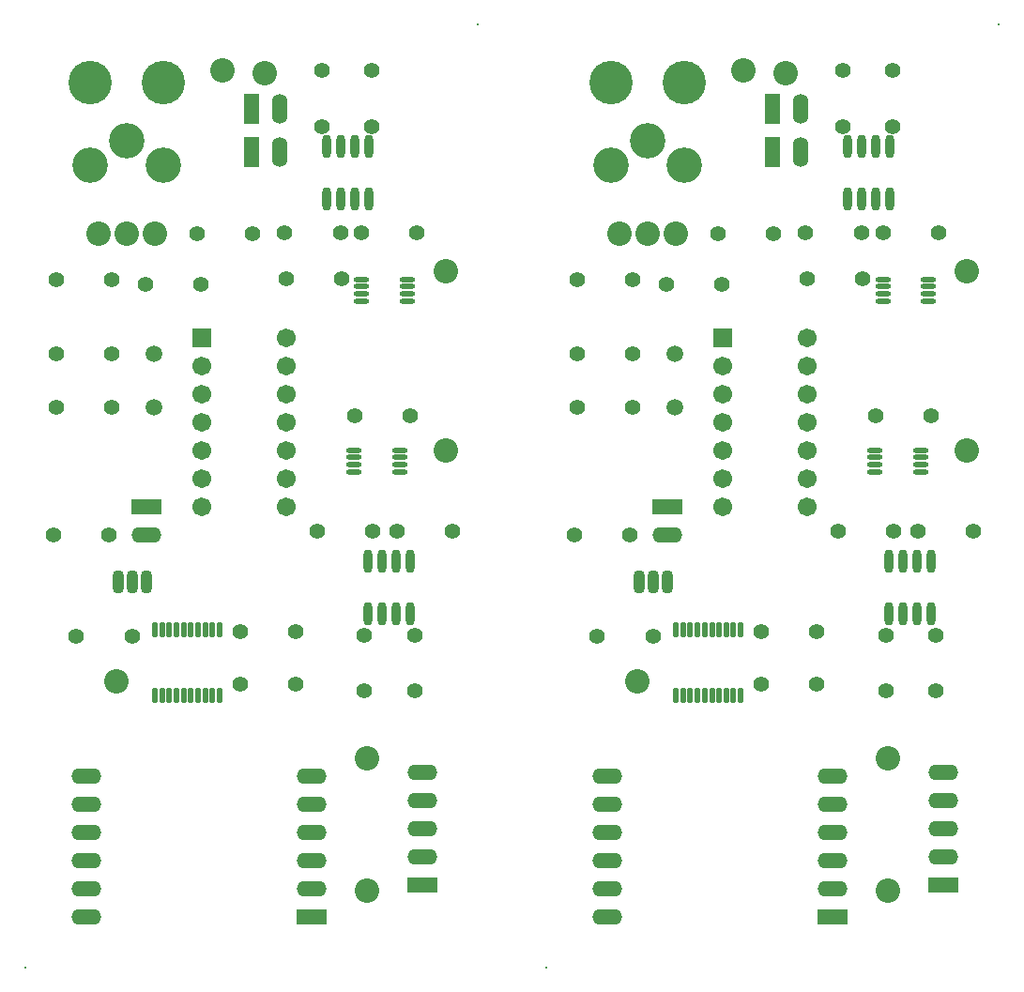
<source format=gts>
%FSLAX23Y23*%
%MOIN*%
G70*
G01*
G75*
G04 Layer_Color=8388736*
%ADD10O,0.024X0.075*%
%ADD11O,0.055X0.018*%
%ADD12O,0.018X0.055*%
%ADD13C,0.018*%
%ADD14C,0.047*%
%ADD15C,0.039*%
%ADD16C,0.024*%
%ADD17C,0.079*%
%ADD18R,0.098X0.047*%
%ADD19O,0.098X0.047*%
%ADD20C,0.047*%
%ADD21C,0.079*%
%ADD22C,0.118*%
%ADD23C,0.146*%
%ADD24C,0.051*%
%ADD25C,0.059*%
%ADD26R,0.059X0.059*%
%ADD27O,0.039X0.079*%
%ADD28O,0.039X0.079*%
%ADD29R,0.047X0.098*%
%ADD30O,0.047X0.098*%
%ADD31C,0.024*%
%ADD32C,0.008*%
%ADD33C,0.016*%
%ADD34C,0.010*%
%ADD35C,0.010*%
%ADD36O,0.031X0.083*%
%ADD37O,0.019X0.057*%
%ADD38C,0.008*%
%ADD39R,0.106X0.055*%
%ADD40O,0.106X0.055*%
%ADD41C,0.055*%
%ADD42C,0.087*%
%ADD43C,0.126*%
%ADD44C,0.154*%
%ADD45C,0.067*%
%ADD46R,0.067X0.067*%
%ADD47O,0.043X0.083*%
%ADD48O,0.043X0.083*%
%ADD49R,0.055X0.106*%
%ADD50O,0.055X0.106*%
D11*
X1281Y2530D02*
D03*
Y2505D02*
D03*
Y2479D02*
D03*
Y2453D02*
D03*
X1443Y2530D02*
D03*
Y2505D02*
D03*
Y2479D02*
D03*
Y2453D02*
D03*
X1254Y1924D02*
D03*
Y1898D02*
D03*
Y1873D02*
D03*
Y1847D02*
D03*
X1415Y1924D02*
D03*
Y1898D02*
D03*
Y1873D02*
D03*
Y1847D02*
D03*
X3132Y2530D02*
D03*
Y2505D02*
D03*
Y2479D02*
D03*
Y2453D02*
D03*
X3293Y2530D02*
D03*
Y2505D02*
D03*
Y2479D02*
D03*
Y2453D02*
D03*
X3104Y1924D02*
D03*
Y1898D02*
D03*
Y1873D02*
D03*
Y1847D02*
D03*
X3266Y1924D02*
D03*
Y1898D02*
D03*
Y1873D02*
D03*
Y1847D02*
D03*
D25*
X543Y2267D02*
D03*
Y2075D02*
D03*
X2394Y2267D02*
D03*
Y2075D02*
D03*
D36*
X1453Y1529D02*
D03*
X1403D02*
D03*
X1353D02*
D03*
X1303D02*
D03*
X1453Y1344D02*
D03*
X1403D02*
D03*
X1353D02*
D03*
X1303D02*
D03*
X1157Y2817D02*
D03*
X1207D02*
D03*
X1257D02*
D03*
X1307D02*
D03*
X1157Y3002D02*
D03*
X1207D02*
D03*
X1257D02*
D03*
X1307D02*
D03*
X3303Y1529D02*
D03*
X3253D02*
D03*
X3203D02*
D03*
X3153D02*
D03*
X3303Y1344D02*
D03*
X3253D02*
D03*
X3203D02*
D03*
X3153D02*
D03*
X3008Y2817D02*
D03*
X3058D02*
D03*
X3108D02*
D03*
X3158D02*
D03*
X3008Y3002D02*
D03*
X3058D02*
D03*
X3108D02*
D03*
X3158D02*
D03*
D37*
X546Y1053D02*
D03*
X572D02*
D03*
X597D02*
D03*
X623D02*
D03*
X649D02*
D03*
X674D02*
D03*
X700D02*
D03*
X725D02*
D03*
X751D02*
D03*
X777D02*
D03*
X546Y1285D02*
D03*
X572D02*
D03*
X597D02*
D03*
X623D02*
D03*
X649D02*
D03*
X674D02*
D03*
X700D02*
D03*
X725D02*
D03*
X751D02*
D03*
X777D02*
D03*
X2397Y1053D02*
D03*
X2422D02*
D03*
X2448D02*
D03*
X2473D02*
D03*
X2499D02*
D03*
X2525D02*
D03*
X2550D02*
D03*
X2576D02*
D03*
X2601D02*
D03*
X2627D02*
D03*
X2397Y1285D02*
D03*
X2422D02*
D03*
X2448D02*
D03*
X2473D02*
D03*
X2499D02*
D03*
X2525D02*
D03*
X2550D02*
D03*
X2576D02*
D03*
X2601D02*
D03*
X2627D02*
D03*
D38*
X1693Y3435D02*
D03*
X87Y87D02*
D03*
X3543Y3435D02*
D03*
X1937Y87D02*
D03*
D39*
X1102Y267D02*
D03*
X516Y1724D02*
D03*
X1496Y378D02*
D03*
X2953Y267D02*
D03*
X2366Y1724D02*
D03*
X3347Y378D02*
D03*
D40*
X1102Y367D02*
D03*
Y467D02*
D03*
Y567D02*
D03*
Y667D02*
D03*
Y767D02*
D03*
X302Y267D02*
D03*
Y367D02*
D03*
Y467D02*
D03*
Y567D02*
D03*
Y667D02*
D03*
Y767D02*
D03*
X516Y1624D02*
D03*
X1496Y778D02*
D03*
Y678D02*
D03*
Y578D02*
D03*
Y478D02*
D03*
X2953Y367D02*
D03*
Y467D02*
D03*
Y567D02*
D03*
Y667D02*
D03*
Y767D02*
D03*
X2153Y267D02*
D03*
Y367D02*
D03*
Y467D02*
D03*
Y567D02*
D03*
Y667D02*
D03*
Y767D02*
D03*
X2366Y1624D02*
D03*
X3347Y778D02*
D03*
Y678D02*
D03*
Y578D02*
D03*
Y478D02*
D03*
D41*
X1291Y1070D02*
D03*
Y1267D02*
D03*
X1469Y1070D02*
D03*
Y1267D02*
D03*
X197Y2267D02*
D03*
X394D02*
D03*
X195Y2075D02*
D03*
X392D02*
D03*
X1122Y1637D02*
D03*
X1319D02*
D03*
X1602D02*
D03*
X1406D02*
D03*
X1453Y2047D02*
D03*
X1256D02*
D03*
X1008Y2696D02*
D03*
X1205D02*
D03*
X1139Y3271D02*
D03*
Y3074D02*
D03*
X1316Y3271D02*
D03*
Y3074D02*
D03*
X197Y2530D02*
D03*
X394D02*
D03*
X894Y2693D02*
D03*
X697D02*
D03*
X185Y1622D02*
D03*
X382D02*
D03*
X268Y1263D02*
D03*
X465D02*
D03*
X1047Y1094D02*
D03*
X850D02*
D03*
Y1279D02*
D03*
X1047D02*
D03*
X1012Y2531D02*
D03*
X1209D02*
D03*
X1478Y2696D02*
D03*
X1281D02*
D03*
X512Y2511D02*
D03*
X709D02*
D03*
X3142Y1070D02*
D03*
Y1267D02*
D03*
X3319Y1070D02*
D03*
Y1267D02*
D03*
X2047Y2267D02*
D03*
X2244D02*
D03*
X2045Y2075D02*
D03*
X2242D02*
D03*
X2972Y1637D02*
D03*
X3169D02*
D03*
X3453D02*
D03*
X3256D02*
D03*
X3303Y2047D02*
D03*
X3106D02*
D03*
X2858Y2696D02*
D03*
X3055D02*
D03*
X2989Y3271D02*
D03*
Y3074D02*
D03*
X3167Y3271D02*
D03*
Y3074D02*
D03*
X2047Y2530D02*
D03*
X2244D02*
D03*
X2744Y2693D02*
D03*
X2547D02*
D03*
X2035Y1622D02*
D03*
X2232D02*
D03*
X2118Y1263D02*
D03*
X2315D02*
D03*
X2898Y1094D02*
D03*
X2701D02*
D03*
Y1279D02*
D03*
X2898D02*
D03*
X2862Y2531D02*
D03*
X3059D02*
D03*
X3329Y2696D02*
D03*
X3132D02*
D03*
X2362Y2511D02*
D03*
X2559D02*
D03*
D42*
X937Y3263D02*
D03*
X787Y3271D02*
D03*
X1299Y830D02*
D03*
Y358D02*
D03*
X346Y2693D02*
D03*
X446D02*
D03*
X546D02*
D03*
X409Y1102D02*
D03*
X1579Y2560D02*
D03*
Y1924D02*
D03*
X2787Y3263D02*
D03*
X2638Y3271D02*
D03*
X3150Y830D02*
D03*
Y358D02*
D03*
X2197Y2693D02*
D03*
X2297D02*
D03*
X2397D02*
D03*
X2260Y1102D02*
D03*
X3429Y2560D02*
D03*
Y1924D02*
D03*
D43*
X575Y2937D02*
D03*
X445Y3023D02*
D03*
X315Y2937D02*
D03*
X2425D02*
D03*
X2295Y3023D02*
D03*
X2165Y2937D02*
D03*
D44*
X575Y3228D02*
D03*
X315D02*
D03*
X2425D02*
D03*
X2165D02*
D03*
D45*
X1012Y1723D02*
D03*
Y1823D02*
D03*
Y1923D02*
D03*
Y2023D02*
D03*
Y2123D02*
D03*
Y2223D02*
D03*
Y2323D02*
D03*
X712Y1723D02*
D03*
Y1823D02*
D03*
Y1923D02*
D03*
Y2023D02*
D03*
Y2123D02*
D03*
Y2223D02*
D03*
X2863Y1723D02*
D03*
Y1823D02*
D03*
Y1923D02*
D03*
Y2023D02*
D03*
Y2123D02*
D03*
Y2223D02*
D03*
Y2323D02*
D03*
X2563Y1723D02*
D03*
Y1823D02*
D03*
Y1923D02*
D03*
Y2023D02*
D03*
Y2123D02*
D03*
Y2223D02*
D03*
D46*
X712Y2323D02*
D03*
X2563D02*
D03*
D47*
X415Y1456D02*
D03*
X465D02*
D03*
X2265D02*
D03*
X2315D02*
D03*
D48*
X515D02*
D03*
X2365D02*
D03*
D49*
X890Y2984D02*
D03*
X890Y3137D02*
D03*
X2740Y2984D02*
D03*
X2740Y3137D02*
D03*
D50*
X990Y2984D02*
D03*
X990Y3137D02*
D03*
X2840Y2984D02*
D03*
X2840Y3137D02*
D03*
M02*

</source>
